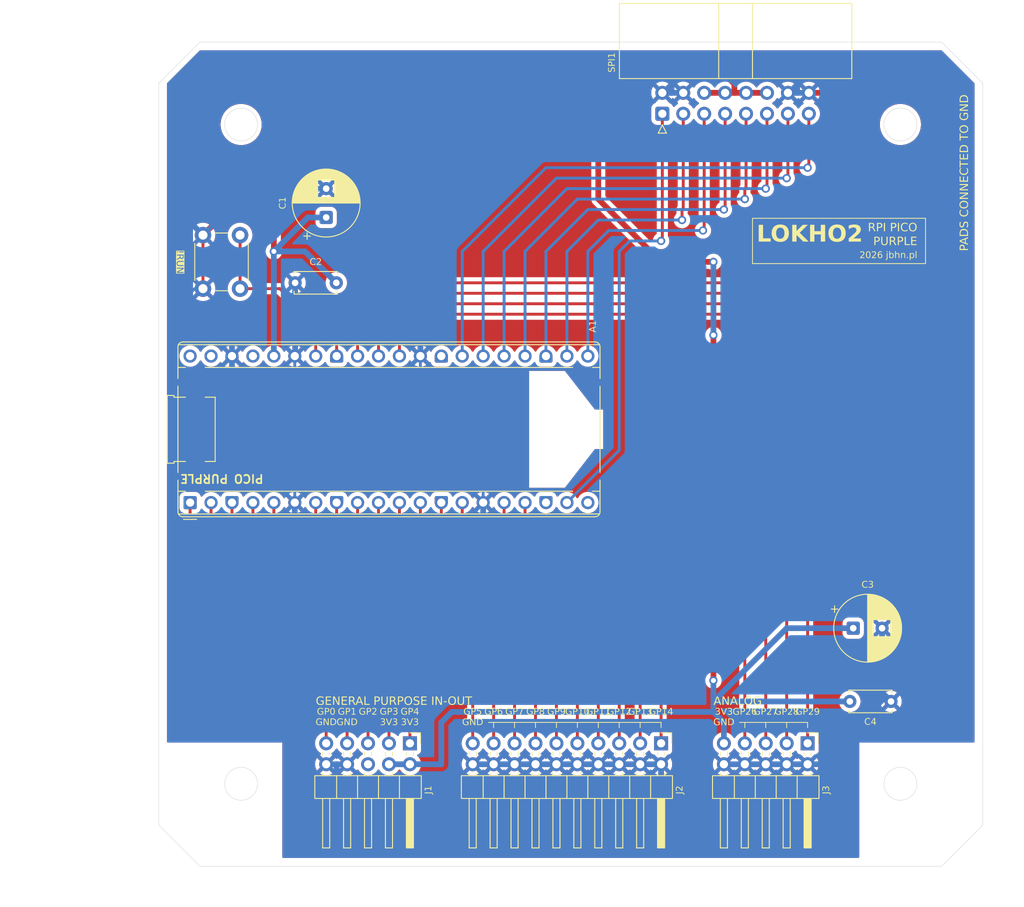
<source format=kicad_pcb>
(kicad_pcb (version 20241229) (generator "pcbnew") (generator_version "9.0")
  (layers (0 "F.Cu" signal) (2 "B.Cu" signal) (13 "F.Paste" user) (15 "B.Paste" user) (5 "F.SilkS" user "F.Silkscreen") (7 "B.SilkS" user "B.Silkscreen") (1 "F.Mask" user) (3 "B.Mask" user) (25 "Edge.Cuts" user))
  (net 0 "")
  (net 1 "SPI_MISO")
  (net 2 "GND")
  (net 3 "SPI_MOSI")
  (net 4 "SPI_SCK")
  (net 5 "+3V3")
  (net 6 "SPI_S0")
  (net 7 "SPI_S1")
  (net 8 "SPI_S2")
  (net 9 "SPI_S3")
  (net 10 "GP")
  (net 11 "GPIO0")
  (net 12 "GPIO2")
  (net 13 "GPIO10")
  (net 14 "GPIO7")
  (net 15 "GPIO3")
  (net 16 "GPIO28")
  (net 18 "GPIO8")
  (net 19 "GPIO25")
  (net 20 "GPIO27")
  (net 21 "GPIO29")
  (net 23 "GPIO6")
  (net 24 "GPIO15")
  (net 25 "GPIO9")
  (net 26 "GPIO13")
  (net 27 "Net-(A1-RUN)")
  (net 28 "GPIO14")
  (net 29 "GPIO4")
  (net 30 "GPIO12")
  (net 31 "GPIO5")
  (net 32 "GPIO11")
  (net 33 "GPIO1")
  (net 34 "GPIO17")
  (net 36 "GPIO26")
  (footprint "jb_missing:RaspberryPi_Pico_Purple" (layer "F.Cu") (at 103.81 105.88 90)
    (property "Reference" "A1" (at 20.6375 48.895 90) (layer "F.SilkS") (effects (font (size 0.8 0.8)) (justify left)))
    (property "Value" "RaspberryPi Pico Purple")
    (fp_text user "PICO PURPLE" (at 3.5 9 180) (layer "F.SilkS") (effects (font (thickness 0.2) (bold yes)) (justify left bottom)))
    (pad "1" thru_hole roundrect (at 0 0 90) (size 1.6 1.6) (drill 1) (layers "*.Cu" "*.Mask") (roundrect_rratio 0.125) (net 11 "GPIO0"))
    (pad "2" thru_hole circle (at 0 2.54 90) (size 1.6 1.6) (drill 1) (layers "*.Cu" "*.Mask") (net 33 "GPIO1"))
    (pad "3" thru_hole custom (at 0 5.08 90) (size 1.6 1.6) (drill 1) (layers "*.Cu" "*.Mask") (net 12 "GPIO2") (options (clearance outline) (anchor circle)) (primitives (gr_poly (pts (xy 0.8 0.6) (xy 0.8 -0.6) (xy 0.6 -0.8) (xy 0 -0.8) (xy 0 0.8) (xy 0.6 0.8)) (width 0) (fill yes)) (gr_circle (center 0.6 0.6) (end 0.8 0.6) (width 0) (fill yes)) (gr_circle (center 0.6 -0.6) (end 0.8 -0.6) (width 0) (fill yes))))
    (pad "4" thru_hole circle (at 0 7.62 90) (size 1.6 1.6) (drill 1) (layers "*.Cu" "*.Mask") (net 15 "GPIO3"))
    (pad "5" thru_hole circle (at 0 10.16 90) (size 1.6 1.6) (drill 1) (layers "*.Cu" "*.Mask") (net 29 "GPIO4"))
    (pad "6" thru_hole circle (at 0 12.7 90) (size 1.6 1.6) (drill 1) (layers "*.Cu" "*.Mask") (net 2 "GND"))
    (pad "7" thru_hole circle (at 0 15.24 90) (size 1.6 1.6) (drill 1) (layers "*.Cu" "*.Mask") (net 31 "GPIO5"))
    (pad "8" thru_hole custom (at 0 17.78 90) (size 1.6 1.6) (drill 1) (layers "*.Cu" "*.Mask") (net 23 "GPIO6") (options (clearance outline) (anchor circle)) (primitives (gr_poly (pts (xy 0.8 0.6) (xy 0.8 -0.6) (xy 0.6 -0.8) (xy 0 -0.8) (xy 0 0.8) (xy 0.6 0.8)) (width 0) (fill yes)) (gr_circle (center 0.6 0.6) (end 0.8 0.6) (width 0) (fill yes)) (gr_circle (center 0.6 -0.6) (end 0.8 -0.6) (width 0) (fill yes))))
    (pad "9" thru_hole circle (at 0 20.32 90) (size 1.6 1.6) (drill 1) (layers "*.Cu" "*.Mask") (net 14 "GPIO7"))
    (pad "10" thru_hole circle (at 0 22.86 90) (size 1.6 1.6) (drill 1) (layers "*.Cu" "*.Mask") (net 18 "GPIO8"))
    (pad "11" thru_hole circle (at 0 25.4 90) (size 1.6 1.6) (drill 1) (layers "*.Cu" "*.Mask") (net 25 "GPIO9"))
    (pad "12" thru_hole circle (at 0 27.94 90) (size 1.6 1.6) (drill 1) (layers "*.Cu" "*.Mask") (net 13 "GPIO10"))
    (pad "13" thru_hole custom (at 0 30.48 90) (size 1.6 1.6) (drill 1) (layers "*.Cu" "*.Mask") (net 32 "GPIO11") (options (clearance outline) (anchor circle)) (primitives (gr_poly (pts (xy 0.8 0.6) (xy 0.8 -0.6) (xy 0.6 -0.8) (xy 0 -0.8) (xy 0 0.8) (xy 0.6 0.8)) (width 0) (fill yes)) (gr_circle (center 0.6 0.6) (end 0.8 0.6) (width 0) (fill yes)) (gr_circle (center 0.6 -0.6) (end 0.8 -0.6) (width 0) (fill yes))))
    (pad "14" thru_hole circle (at 0 33.02 90) (size 1.6 1.6) (drill 1) (layers "*.Cu" "*.Mask") (net 30 "GPIO12"))
    (pad "15" thru_hole circle (at 0 35.56 90) (size 1.6 1.6) (drill 1) (layers "*.Cu" "*.Mask") (net 2 "GND"))
    (pad "16" thru_hole circle (at 0 38.1 90) (size 1.6 1.6) (drill 1) (layers "*.Cu" "*.Mask") (net 26 "GPIO13"))
    (pad "17" thru_hole circle (at 0 40.64 90) (size 1.6 1.6) (drill 1) (layers "*.Cu" "*.Mask") (net 28 "GPIO14"))
    (pad "18" thru_hole custom (at 0 43.18 90) (size 1.6 1.6) (drill 1) (layers "*.Cu" "*.Mask") (net 24 "GPIO15") (options (clearance outline) (anchor circle)) (primitives (gr_poly (pts (xy 0.8 0.6) (xy 0.8 -0.6) (xy 0.6 -0.8) (xy 0 -0.8) (xy 0 0.8) (xy 0.6 0.8)) (width 0) (fill yes)) (gr_circle (center 0.6 0.6) (end 0.8 0.6) (width 0) (fill yes)) (gr_circle (center 0.6 -0.6) (end 0.8 -0.6) (width 0) (fill yes))))
    (pad "19" thru_hole circle (at 0 45.72 90) (size 1.6 1.6) (drill 1) (layers "*.Cu" "*.Mask") (net 1 "SPI_MISO"))
    (pad "20" thru_hole circle (at 0 48.26 90) (size 1.6 1.6) (drill 1) (layers "*.Cu" "*.Mask") (net 34 "GPIO17"))
    (pad "21" thru_hole circle (at 17.78 48.26 90) (size 1.6 1.6) (drill 1) (layers "*.Cu" "*.Mask") (net 4 "SPI_SCK"))
    (pad "22" thru_hole circle (at 17.78 45.72 90) (size 1.6 1.6) (drill 1) (layers "*.Cu" "*.Mask") (net 3 "SPI_MOSI"))
    (pad "23" thru_hole custom (at 17.78 43.18 90) (size 1.6 1.6) (drill 1) (layers "*.Cu" "*.Mask") (net 6 "SPI_S0") (options (clearance outline) (anchor circle)) (primitives (gr_poly (pts (xy -0.8 0.6) (xy -0.8 -0.6) (xy -0.6 -0.8) (xy 0 -0.8) (xy 0 0.8) (xy -0.6 0.8)) (width 0) (fill yes)) (gr_circle (center -0.6 0.6) (end -0.4 0.6) (width 0) (fill yes)) (gr_circle (center -0.6 -0.6) (end -0.4 -0.6) (width 0) (fill yes))))
    (pad "24" thru_hole circle (at 17.78 40.64 90) (size 1.6 1.6) (drill 1) (layers "*.Cu" "*.Mask") (net 7 "SPI_S1"))
    (pad "25" thru_hole circle (at 17.78 38.1 90) (size 1.6 1.6) (drill 1) (layers "*.Cu" "*.Mask") (net 8 "SPI_S2"))
    (pad "26" thru_hole circle (at 17.78 35.56 90) (size 1.6 1.6) (drill 1) (layers "*.Cu" "*.Mask") (net 9 "SPI_S3"))
    (pad "27" thru_hole circle (at 17.78 33.02 90) (size 1.6 1.6) (drill 1) (layers "*.Cu" "*.Mask") (net 10 "GP"))
    (pad "28" thru_hole custom (at 17.78 30.48 90) (size 1.6 1.6) (drill 1) (layers "*.Cu" "*.Mask") (net 19 "GPIO25") (options (clearance outline) (anchor circle)) (primitives (gr_poly (pts (xy -0.8 0.6) (xy -0.8 -0.6) (xy -0.6 -0.8) (xy 0 -0.8) (xy 0 0.8) (xy -0.6 0.8)) (width 0) (fill yes)) (gr_circle (center -0.6 0.6) (end -0.4 0.6) (width 0) (fill yes)) (gr_circle (center -0.6 -0.6) (end -0.4 -0.6) (width 0) (fill yes))))
    (pad "29" thru_hole circle (at 17.78 27.94 90) (size 1.6 1.6) (drill 1) (layers "*.Cu" "*.Mask") (net 2 "GND"))
    (pad "30" thru_hole circle (at 17.78 25.4 90) (size 1.6 1.6) (drill 1) (layers "*.Cu" "*.Mask") (net 36 "GPIO26"))
    (pad "31" thru_hole circle (at 17.78 22.86 90) (size 1.6 1.6) (drill 1) (layers "*.Cu" "*.Mask") (net 20 "GPIO27"))
    (pad "32" thru_hole circle (at 17.78 20.32 90) (size 1.6 1.6) (drill 1) (layers "*.Cu" "*.Mask") (net 16 "GPIO28"))
    (pad "33" thru_hole custom (at 17.78 17.78 90) (size 1.6 1.6) (drill 1) (layers "*.Cu" "*.Mask") (net 21 "GPIO29") (options (clearance outline) (anchor circle)) (primitives (gr_poly (pts (xy -0.8 0.6) (xy -0.8 -0.6) (xy -0.6 -0.8) (xy 0 -0.8) (xy 0 0.8) (xy -0.6 0.8)) (width 0) (fill yes)) (gr_circle (center -0.6 0.6) (end -0.4 0.6) (width 0) (fill yes)) (gr_circle (center -0.6 -0.6) (end -0.4 -0.6) (width 0) (fill yes))))
    (pad "34" thru_hole circle (at 17.78 15.24 90) (size 1.6 1.6) (drill 1) (layers "*.Cu" "*.Mask") (net 27 "Net-(A1-RUN)"))
    (pad "35" thru_hole circle (at 17.78 12.7 90) (size 1.6 1.6) (drill 1) (layers "*.Cu" "*.Mask") (net 2 "GND"))
    (pad "36" thru_hole circle (at 17.78 10.16 90) (size 1.6 1.6) (drill 1) (layers "*.Cu" "*.Mask") (net 5 "+3V3"))
    (pad "37" thru_hole circle (at 17.78 7.62 90) (size 1.6 1.6) (drill 1) (layers "*.Cu" "*.Mask"))
    (pad "38" thru_hole custom (at 17.78 5.08 90) (size 1.6 1.6) (drill 1) (layers "*.Cu" "*.Mask") (net 2 "GND") (options (clearance outline) (anchor circle)) (primitives (gr_poly (pts (xy -0.8 0.6) (xy -0.8 -0.6) (xy -0.6 -0.8) (xy 0 -0.8) (xy 0 0.8) (xy -0.6 0.8)) (width 0) (fill yes)) (gr_circle (center -0.6 0.6) (end -0.4 0.6) (width 0) (fill yes)) (gr_circle (center -0.6 -0.6) (end -0.4 -0.6) (width 0) (fill yes))))
    (pad "39" thru_hole circle (at 17.78 2.54 90) (size 1.6 1.6) (drill 1) (layers "*.Cu" "*.Mask"))
    (pad "40" thru_hole circle (at 17.78 0 90) (size 1.6 1.6) (drill 1) (layers "*.Cu" "*.Mask"))
    (zone (net 0) (net_name "") (layers "F.Cu" "B.Cu" "F.Paste" "B.Paste") (name "Antenna Copper Keep Out") (connect_pads (clearance 0)) (min_thickness 0.254)
      (keepout (tracks not_allowed) (vias not_allowed) (pads not_allowed) (copperpour not_allowed) (footprints allowed))
      (fill (thermal_gap 0.508) (thermal_bridge_width 0.508))
      (polygon (pts (xy 152.929895 99.39) (xy 149.279895 104.09) (xy 144.94 104.09) (xy 144.94 89.89) (xy 149.279895 89.89) (xy 152.929895 94.59) (xy 153.94 94.59) (xy 153.94 99.39)))
    )
  )
  (footprint "Connector_PinHeader_2.54mm:PinHeader_2x10_P2.54mm_Horizontal" (layer "F.Cu") (at 160.96 135.09 -90)
    (property "Reference" "J2" (at 5.655 -2.27 90) (layer "F.SilkS") (effects (font (size 0.8 0.8))))
    (property "Value" "GPIOB")
    (pad "1" thru_hole rect (at 0 0 270) (size 1.7 1.7) (drill 1) (layers "*.Cu" "*.Mask") (net 28 "GPIO14"))
    (pad "2" thru_hole circle (at 2.54 0 270) (size 1.7 1.7) (drill 1) (layers "*.Cu" "*.Mask") (net 2 "GND"))
    (pad "3" thru_hole circle (at 0 2.54 270) (size 1.7 1.7) (drill 1) (layers "*.Cu" "*.Mask") (net 26 "GPIO13"))
    (pad "4" thru_hole circle (at 2.54 2.54 270) (size 1.7 1.7) (drill 1) (layers "*.Cu" "*.Mask") (net 2 "GND"))
    (pad "5" thru_hole circle (at 0 5.08 270) (size 1.7 1.7) (drill 1) (layers "*.Cu" "*.Mask") (net 30 "GPIO12"))
    (pad "6" thru_hole circle (at 2.54 5.08 270) (size 1.7 1.7) (drill 1) (layers "*.Cu" "*.Mask") (net 2 "GND"))
    (pad "7" thru_hole circle (at 0 7.62 270) (size 1.7 1.7) (drill 1) (layers "*.Cu" "*.Mask") (net 32 "GPIO11"))
    (pad "8" thru_hole circle (at 2.54 7.62 270) (size 1.7 1.7) (drill 1) (layers "*.Cu" "*.Mask") (net 2 "GND"))
    (pad "9" thru_hole circle (at 0 10.16 270) (size 1.7 1.7) (drill 1) (layers "*.Cu" "*.Mask") (net 13 "GPIO10"))
    (pad "10" thru_hole circle (at 2.54 10.16 270) (size 1.7 1.7) (drill 1) (layers "*.Cu" "*.Mask") (net 2 "GND"))
    (pad "11" thru_hole circle (at 0 12.7 270) (size 1.7 1.7) (drill 1) (layers "*.Cu" "*.Mask") (net 25 "GPIO9"))
    (pad "12" thru_hole circle (at 2.54 12.7 270) (size 1.7 1.7) (drill 1) (layers "*.Cu" "*.Mask") (net 2 "GND"))
    (pad "13" thru_hole circle (at 0 15.24 270) (size 1.7 1.7) (drill 1) (layers "*.Cu" "*.Mask") (net 18 "GPIO8"))
    (pad "14" thru_hole circle (at 2.54 15.24 270) (size 1.7 1.7) (drill 1) (layers "*.Cu" "*.Mask") (net 2 "GND"))
    (pad "15" thru_hole circle (at 0 17.78 270) (size 1.7 1.7) (drill 1) (layers "*.Cu" "*.Mask") (net 14 "GPIO7"))
    (pad "16" thru_hole circle (at 2.54 17.78 270) (size 1.7 1.7) (drill 1) (layers "*.Cu" "*.Mask") (net 2 "GND"))
    (pad "17" thru_hole circle (at 0 20.32 270) (size 1.7 1.7) (drill 1) (layers "*.Cu" "*.Mask") (net 23 "GPIO6"))
    (pad "18" thru_hole circle (at 2.54 20.32 270) (size 1.7 1.7) (drill 1) (layers "*.Cu" "*.Mask") (net 2 "GND"))
    (pad "19" thru_hole circle (at 0 22.86 270) (size 1.7 1.7) (drill 1) (layers "*.Cu" "*.Mask") (net 31 "GPIO5"))
    (pad "20" thru_hole circle (at 2.54 22.86 270) (size 1.7 1.7) (drill 1) (layers "*.Cu" "*.Mask") (net 2 "GND"))
  )
  (footprint "Capacitor_THT:C_Disc_D5.0mm_W2.5mm_P5.00mm" (layer "F.Cu") (at 116.55 79.21)
    (property "Reference" "C2" (at 2.5 -2.5 0) (layer "F.SilkS") (effects (font (size 0.8 0.8))))
    (property "Value" "100n")
    (pad "1" thru_hole circle (at 0 0) (size 1.6 1.6) (drill 0.8) (layers "*.Cu" "*.Mask") (net 2 "GND"))
    (pad "2" thru_hole circle (at 5 0) (size 1.6 1.6) (drill 0.8) (layers "*.Cu" "*.Mask") (net 5 "+3V3"))
  )
  (footprint "Connector_PinHeader_2.54mm:PinHeader_2x05_P2.54mm_Horizontal" (layer "F.Cu") (at 130.48 135.09 -90)
    (property "Reference" "J1" (at 5.655 -2.27 90) (layer "F.SilkS") (effects (font (size 0.8 0.8))))
    (property "Value" "GPIOA")
    (pad "1" thru_hole rect (at 0 0 270) (size 1.7 1.7) (drill 1) (layers "*.Cu" "*.Mask") (net 29 "GPIO4"))
    (pad "2" thru_hole circle (at 2.54 0 270) (size 1.7 1.7) (drill 1) (layers "*.Cu" "*.Mask") (net 5 "+3V3"))
    (pad "3" thru_hole circle (at 0 2.54 270) (size 1.7 1.7) (drill 1) (layers "*.Cu" "*.Mask") (net 15 "GPIO3"))
    (pad "4" thru_hole circle (at 2.54 2.54 270) (size 1.7 1.7) (drill 1) (layers "*.Cu" "*.Mask") (net 5 "+3V3"))
    (pad "5" thru_hole circle (at 0 5.08 270) (size 1.7 1.7) (drill 1) (layers "*.Cu" "*.Mask") (net 12 "GPIO2"))
    (pad "6" thru_hole circle (at 2.54 5.08 270) (size 1.7 1.7) (drill 1) (layers "*.Cu" "*.Mask"))
    (pad "7" thru_hole circle (at 0 7.62 270) (size 1.7 1.7) (drill 1) (layers "*.Cu" "*.Mask") (net 33 "GPIO1"))
    (pad "8" thru_hole circle (at 2.54 7.62 270) (size 1.7 1.7) (drill 1) (layers "*.Cu" "*.Mask") (net 2 "GND"))
    (pad "9" thru_hole circle (at 0 10.16 270) (size 1.7 1.7) (drill 1) (layers "*.Cu" "*.Mask") (net 11 "GPIO0"))
    (pad "10" thru_hole circle (at 2.54 10.16 270) (size 1.7 1.7) (drill 1) (layers "*.Cu" "*.Mask") (net 2 "GND"))
  )
  (footprint "Capacitor_THT:CP_Radial_D8.0mm_P3.50mm" (layer "F.Cu") (at 120.32 71.28 90)
    (property "Reference" "C1" (at 1.75 -5.25 90) (layer "F.SilkS") (effects (font (size 0.8 0.8))))
    (property "Value" "330u")
    (pad "1" thru_hole roundrect (at 0 0 90) (size 1.6 1.6) (drill 0.8) (layers "*.Cu" "*.Mask") (roundrect_rratio 0.15625) (net 5 "+3V3"))
    (pad "2" thru_hole circle (at 3.5 0 90) (size 1.6 1.6) (drill 0.8) (layers "*.Cu" "*.Mask") (net 2 "GND"))
  )
  (footprint "Connector_PinHeader_2.54mm:PinHeader_2x05_P2.54mm_Horizontal" (layer "F.Cu") (at 178.74 135.09 -90)
    (property "Reference" "J3" (at 5.655 -2.27 90) (layer "F.SilkS") (effects (font (size 0.8 0.8))))
    (property "Value" "GPIOC")
    (pad "1" thru_hole rect (at 0 0 270) (size 1.7 1.7) (drill 1) (layers "*.Cu" "*.Mask") (net 21 "GPIO29"))
    (pad "2" thru_hole circle (at 2.54 0 270) (size 1.7 1.7) (drill 1) (layers "*.Cu" "*.Mask") (net 2 "GND"))
    (pad "3" thru_hole circle (at 0 2.54 270) (size 1.7 1.7) (drill 1) (layers "*.Cu" "*.Mask") (net 16 "GPIO28"))
    (pad "4" thru_hole circle (at 2.54 2.54 270) (size 1.7 1.7) (drill 1) (layers "*.Cu" "*.Mask") (net 2 "GND"))
    (pad "5" thru_hole circle (at 0 5.08 270) (size 1.7 1.7) (drill 1) (layers "*.Cu" "*.Mask") (net 20 "GPIO27"))
    (pad "6" thru_hole circle (at 2.54 5.08 270) (size 1.7 1.7) (drill 1) (layers "*.Cu" "*.Mask") (net 2 "GND"))
    (pad "7" thru_hole circle (at 0 7.62 270) (size 1.7 1.7) (drill 1) (layers "*.Cu" "*.Mask") (net 36 "GPIO26"))
    (pad "8" thru_hole circle (at 2.54 7.62 270) (size 1.7 1.7) (drill 1) (layers "*.Cu" "*.Mask") (net 2 "GND"))
    (pad "9" thru_hole circle (at 0 10.16 270) (size 1.7 1.7) (drill 1) (layers "*.Cu" "*.Mask") (net 5 "+3V3"))
    (pad "10" thru_hole circle (at 2.54 10.16 270) (size 1.7 1.7) (drill 1) (layers "*.Cu" "*.Mask") (net 2 "GND"))
  )
  (footprint "Connector_IDC:IDC-Header_2x08_P2.54mm_Horizontal" (layer "F.Cu") (at 161.11 58.6975 90)
    (property "Reference" "SPI1" (at 6.215 -6.1 90) (layer "F.SilkS") (effects (font (size 0.8 0.8))))
    (property "Value" "LOKHO2 SPI")
    (pad "1" thru_hole roundrect (at 0 0 90) (size 1.7 1.7) (drill 1) (layers "*.Cu" "*.Mask") (roundrect_rratio 0.147059) (net 1 "SPI_MISO"))
    (pad "2" thru_hole circle (at 2.54 0 90) (size 1.7 1.7) (drill 1) (layers "*.Cu" "*.Mask") (net 2 "GND"))
    (pad "3" thru_hole circle (at 0 2.54 90) (size 1.7 1.7) (drill 1) (layers "*.Cu" "*.Mask") (net 3 "SPI_MOSI"))
    (pad "4" thru_hole circle (at 2.54 2.54 90) (size 1.7 1.7) (drill 1) (layers "*.Cu" "*.Mask") (net 2 "GND"))
    (pad "5" thru_hole circle (at 0 5.08 90) (size 1.7 1.7) (drill 1) (layers "*.Cu" "*.Mask") (net 4 "SPI_SCK"))
    (pad "6" thru_hole circle (at 2.54 5.08 90) (size 1.7 1.7) (drill 1) (layers "*.Cu" "*.Mask") (net 5 "+3V3"))
    (pad "7" thru_hole circle (at 0 7.62 90) (size 1.7 1.7) (drill 1) (layers "*.Cu" "*.Mask") (net 6 "SPI_S0"))
    (pad "8" thru_hole circle (at 2.54 7.62 90) (size 1.7 1.7) (drill 1) (layers "*.Cu" "*.Mask") (net 5 "+3V3"))
    (pad "9" thru_hole circle (at 0 10.16 90) (size 1.7 1.7) (drill 1) (layers "*.Cu" "*.Mask") (net 7 "SPI_S1"))
    (pad "10" thru_hole circle (at 2.54 10.16 90) (size 1.7 1.7) (drill 1) (layers "*.Cu" "*.Mask") (net 5 "+3V3"))
    (pad "11" thru_hole circle (at 0 12.7 90) (size 1.7 1.7) (drill 1) (layers "*.Cu" "*.Mask") (net 8 "SPI_S2"))
    (pad "12" thru_hole circle (at 2.54 12.7 90) (size 1.7 1.7) (drill 1) (layers "*.Cu" "*.Mask") (net 5 "+3V3"))
    (pad "13" thru_hole circle (at 0 15.24 90) (size 1.7 1.7) (drill 1) (layers "*.Cu" "*.Mask") (net 9 "SPI_S3"))
    (pad "14" thru_hole circle (at 2.54 15.24 90) (size 1.7 1.7) (drill 1) (layers "*.Cu" "*.Mask") (net 2 "GND"))
    (pad "15" thru_hole circle (at 0 17.78 90) (size 1.7 1.7) (drill 1) (layers "*.Cu" "*.Mask") (net 10 "GP"))
    (pad "16" thru_hole circle (at 2.54 17.78 90) (size 1.7 1.7) (drill 1) (layers "*.Cu" "*.Mask") (net 2 "GND"))
  )
  (footprint "Capacitor_THT:C_Disc_D5.0mm_W2.5mm_P5.00mm" (layer "F.Cu") (at 188.86 130.01 180)
    (property "Reference" "C4" (at 2.5 -2.5 0) (layer "F.SilkS") (effects (font (size 0.8 0.8))))
    (property "Value" "100n")
    (pad "1" thru_hole circle (at 0 0 180) (size 1.6 1.6) (drill 0.8) (layers "*.Cu" "*.Mask") (net 2 "GND"))
    (pad "2" thru_hole circle (at 5 0 180) (size 1.6 1.6) (drill 0.8) (layers "*.Cu" "*.Mask") (net 5 "+3V3"))
  )
  (footprint "Capacitor_THT:CP_Radial_D8.0mm_P3.50mm" (layer "F.Cu") (at 184.274698 121.12)
    (property "Reference" "C3" (at 1.75 -5.25 0) (layer "F.SilkS") (effects (font (size 0.8 0.8))))
    (property "Value" "330u")
    (pad "1" thru_hole roundrect (at 0 0) (size 1.6 1.6) (drill 0.8) (layers "*.Cu" "*.Mask") (roundrect_rratio 0.15625) (net 5 "+3V3"))
    (pad "2" thru_hole circle (at 3.5 0) (size 1.6 1.6) (drill 0.8) (layers "*.Cu" "*.Mask") (net 2 "GND"))
  )
  (footprint "Button_Switch_THT:SW_PUSH_6mm" (layer "F.Cu") (at 105.37 79.92 90)
    (property "Reference" "SW1" (hide yes))
    (property "Value" "RUN")
    (pad "1" thru_hole circle (at 0 0 180) (size 2 2) (drill 1.1) (layers "*.Cu" "*.Mask") (net 2 "GND"))
    (pad "1" thru_hole circle (at 6.5 0 180) (size 2 2) (drill 1.1) (layers "*.Cu" "*.Mask") (net 2 "GND"))
    (pad "2" thru_hole circle (at 0 4.5 180) (size 2 2) (drill 1.1) (layers "*.Cu" "*.Mask") (net 27 "Net-(A1-RUN)"))
    (pad "2" thru_hole circle (at 6.5 4.5 180) (size 2 2) (drill 1.1) (layers "*.Cu" "*.Mask") (net 27 "Net-(A1-RUN)"))
  )
  (gr_circle (center 190 60) (end 193.5 60) (stroke (width 2)) (fill no) (layers "F.Cu" "F.Mask") (net 2))
  (gr_circle (center 110 60) (end 113.5 60) (stroke (width 2)) (fill no) (layers "F.Cu" "F.Mask") (net 2))
  (gr_rect (start 172.05 71.38) (end 193.05 76.88) (stroke (width 0.1)) (fill no) (layer "F.SilkS"))
  (gr_line (start 176.2 132.55) (end 176.2 133.185) (stroke (width 0.1)) (layer "F.SilkS"))
  (gr_line (start 145.72 132.55) (end 145.72 133.185) (stroke (width 0.1)) (layer "F.SilkS"))
  (gr_line (start 140.64 132.55) (end 140.64 133.185) (stroke (width 0.1)) (layer "F.SilkS"))
  (gr_line (start 150.8 132.55) (end 150.8 133.185) (stroke (width 0.1)) (layer "F.SilkS"))
  (gr_line (start 160.96 132.55) (end 160.96 133.185) (stroke (width 0.1)) (layer "F.SilkS"))
  (gr_line (start 153.34 132.55) (end 153.34 133.185) (stroke (width 0.1)) (layer "F.SilkS"))
  (gr_line (start 171.12 132.55) (end 171.12 133.185) (stroke (width 0.1)) (layer "F.SilkS"))
  (gr_line (start 173.66 132.55) (end 173.66 133.185) (stroke (width 0.1)) (layer "F.SilkS"))
  (gr_line (start 155.88 132.55) (end 155.88 133.185) (stroke (width 0.1)) (layer "F.SilkS"))
  (gr_line (start 158.42 132.55) (end 158.42 133.185) (stroke (width 0.1)) (layer "F.SilkS"))
  (gr_line (start 178.74 132.55) (end 178.74 133.185) (stroke (width 0.1)) (layer "F.SilkS"))
  (gr_line (start 143.18 132.55) (end 143.18 133.185) (stroke (width 0.1)) (layer "F.SilkS"))
  (gr_line (start 148.26 132.55) (end 148.26 133.185) (stroke (width 0.1)) (layer "F.SilkS"))
  (gr_line (start 140.005 132.55) (end 160.96 132.55) (stroke (width 0.1)) (layer "F.SilkS"))
  (gr_line (start 178.74 132.55) (end 170.485 132.55) (stroke (width 0.1)) (layer "F.SilkS"))
  (gr_line (start 105 50) (end 195 50) (stroke (width 0.05)) (layer "Edge.Cuts"))
  (gr_circle (center 110 140) (end 108 140) (stroke (width 0.05)) (fill no) (layer "Edge.Cuts"))
  (gr_line (start 200 145) (end 195 150) (stroke (width 0.05)) (layer "Edge.Cuts"))
  (gr_line (start 195 150) (end 105 150) (stroke (width 0.05)) (layer "Edge.Cuts"))
  (gr_circle (center 110 60) (end 112 60) (stroke (width 0.05)) (fill no) (layer "Edge.Cuts"))
  (gr_line (start 105 150) (end 100 145) (stroke (width 0.05)) (layer "Edge.Cuts"))
  (gr_line (start 200 55) (end 200 145) (stroke (width 0.05)) (layer "Edge.Cuts"))
  (gr_circle (center 190 60) (end 192 60) (stroke (width 0.05)) (fill no) (layer "Edge.Cuts"))
  (gr_line (start 195 50) (end 200 55) (stroke (width 0.05)) (layer "Edge.Cuts"))
  (gr_line (start 100 145) (end 100 55) (stroke (width 0.05)) (layer "Edge.Cuts"))
  (gr_line (start 100 55) (end 105 50) (stroke (width 0.05)) (layer "Edge.Cuts"))
  (gr_circle (center 190 140) (end 192 140) (stroke (width 0.05)) (fill no) (layer "Edge.Cuts"))
  (gr_text "GENERAL PURPOSE IN-OUT" (at 119.05 130.01 0) (layer "F.SilkS") (effects (font (size 1 1) (thickness 0.1)) (justify left)))
  (gr_text "GP26" (at 171.12 131.28 0) (layer "F.SilkS") (effects (font (size 0.8 0.8) (thickness 0.1))))
  (gr_text "GND" (at 138.1 132.55 0) (layer "F.SilkS") (effects (font (size 0.8 0.8) (thickness 0.1))))
  (gr_text "GP4" (at 130.48 131.28 0) (layer "F.SilkS") (effects (font (size 0.8 0.8) (thickness 0.1))))
  (gr_text "2026 jbhn.pl" (at 192.05 75.88 0) (layer "F.SilkS") (effects (font (size 0.8 0.8) (thickness 0.125)) (justify right)))
  (gr_text "GP5" (at 138.1 131.28 0) (layer "F.SilkS") (effects (font (size 0.8 0.8) (thickness 0.1))))
  (gr_text "GP27" (at 173.66 131.28 0) (layer "F.SilkS") (effects (font (size 0.8 0.8) (thickness 0.1))))
  (gr_text "PADS CONNECTED TO GND" (at 197.79 56.35 90) (layer "F.SilkS") (effects (font (size 1 1) (thickness 0.125)) (justify right)))
  (gr_text "GP7" (at 143.18 131.28 0) (layer "F.SilkS") (effects (font (size 0.8 0.8) (thickness 0.1))))
  (gr_text "RPI PICO\nPURPLE" (at 192.05 73.38 0) (layer "F.SilkS") (effects (font (size 1 1) (thickness 0.125)) (justify right)))
  (gr_text "GP1" (at 122.86 131.28 0) (layer "F.SilkS") (effects (font (size 0.8 0.8) (thickness 0.1))))
  (gr_text "GP8" (at 145.72 131.28 0) (layer "F.SilkS") (effects (font (size 0.8 0.8) (thickness 0.1))))
  (gr_text "GP12" (at 155.88 131.28 0) (layer "F.SilkS") (effects (font (size 0.8 0.8) (thickness 0.1))))
  (gr_text "3V3" (at 130.48 132.55 0) (layer "F.SilkS") (effects (font (size 0.8 0.8) (thickness 0.1))))
  (gr_text "GP11" (at 153.34 131.28 0) (layer "F.SilkS") (effects (font (size 0.8 0.8) (thickness 0.1))))
  (gr_text "GP0" (at 120.32 131.28 0) (layer "F.SilkS") (effects (font (size 0.8 0.8) (thickness 0.1))))
  (gr_text "GP9" (at 148.26 131.28 0) (layer "F.SilkS") (effects (font (size 0.8 0.8) (thickness 0.1))))
  (gr_text "GP14" (at 160.96 131.28 0) (layer "F.SilkS") (effects (font (size 0.8 0.8) (thickness 0.1))))
  (gr_text "GND" (at 122.86 132.55 0) (layer "F.SilkS") (effects (font (size 0.8 0.8) (thickness 0.1))))
  (gr_text "GP2" (at 125.4 131.28 0) (layer "F.SilkS") (effects (font (size 0.8 0.8) (thickness 0.1))))
  (gr_text "GP28" (at 176.2 131.28 0) (layer "F.SilkS") (effects (font (size 0.8 0.8) (thickness 0.1))))
  (gr_text "GP6" (at 140.64 131.28 0) (layer "F.SilkS") (effects (font (size 0.8 0.8) (thickness 0.1))))
  (gr_text "GND" (at 120.32 132.55 0) (layer "F.SilkS") (effects (font (size 0.8 0.8) (thickness 0.1))))
  (gr_text "LOKHO2" (at 172.55 73.38 0) (layer "F.SilkS") (effects (font (size 2 2) (thickness 0.4) (bold yes)) (justify left)))
  (gr_text "3V3" (at 127.94 132.55 0) (layer "F.SilkS") (effects (font (size 0.8 0.8) (thickness 0.1))))
  (gr_text "GP10" (at 150.8 131.28 0) (layer "F.SilkS") (effects (font (size 0.8 0.8) (thickness 0.1))))
  (gr_text "3V3" (at 168.58 131.28 0) (layer "F.SilkS") (effects (font (size 0.8 0.8) (thickness 0.1))))
  (gr_text "!RUN" (at 102.54 76.67 270) (layer "F.SilkS" knockout) (effects (font (size 0.8 0.8) (thickness 0.1))))
  (gr_text "ANALOG" (at 167.31 130.01 0) (layer "F.SilkS") (effects (font (size 1 1) (thickness 0.1)) (justify left)))
  (gr_text "GP3" (at 127.94 131.28 0) (layer "F.SilkS") (effects (font (size 0.8 0.8) (thickness 0.1))))
  (gr_text "GND" (at 168.58 132.55 0) (layer "F.SilkS") (effects (font (size 0.8 0.8) (thickness 0.1))))
  (gr_text "GP13" (at 158.42 131.28 0) (layer "F.SilkS") (effects (font (size 0.8 0.8) (thickness 0.1))))
  (gr_text "GP29" (at 178.74 131.28 0) (layer "F.SilkS") (effects (font (size 0.8 0.8) (thickness 0.1))))
  (segment (start 161.11 73.98) (end 161.11 58.6975) (width 0.35) (layer "F.Cu") (net 1))
  (segment (start 160.96 74.13) (end 161.11 73.98) (width 0.35) (layer "F.Cu") (net 1))
  (via (at 160.96 74.13) (size 1) (drill 0.6) (layers "F.Cu" "B.Cu") (net 1))
  (segment (start 155.88 75.4) (end 157.15 74.13) (width 0.35) (layer "B.Cu") (net 1))
  (segment (start 155.88 89.37) (end 155.88 79.21) (width 0.35) (layer "B.Cu") (net 1))
  (segment (start 157.15 74.13) (end 160.96 74.13) (width 0.35) (layer "B.Cu") (net 1))
  (segment (start 155.88 79.21) (end 155.88 75.4) (width 0.35) (layer "B.Cu") (net 1))
  (segment (start 155.88 99.53) (end 155.88 89.37) (width 0.35) (layer "B.Cu") (net 1))
  (segment (start 149.53 105.88) (end 155.88 99.53) (width 0.35) (layer "B.Cu") (net 1))
  (segment (start 105.37 79.92) (end 105.37 73.42) (width 0.35) (layer "F.Cu") (net 2))
  (segment (start 178.89 56.1575) (end 189.6575 56.1575) (width 0.7) (layer "F.Cu") (net 2))
  (segment (start 106.5 60) (end 106.5 72.29) (width 0.7) (layer "F.Cu") (net 2))
  (segment (start 106.5 72.29) (end 105.37 73.42) (width 0.7) (layer "F.Cu") (net 2))
  (segment (start 189.6575 56.1575) (end 190 56.5) (width 0.7) (layer "F.Cu") (net 2))
  (segment (start 103.81 55.08) (end 103.81 67.78) (width 0.7) (layer "B.Cu") (net 2))
  (segment (start 138.1 99.53) (end 139.37 100.8) (width 0.35) (layer "B.Cu") (net 2))
  (segment (start 116.51 99.53) (end 131.75 99.53) (width 0.35) (layer "B.Cu") (net 2))
  (segment (start 121.59 141.44) (end 160.96 141.44) (width 0.7) (layer "B.Cu") (net 2))
  (segment (start 160.96 137.63) (end 160.96 141.44) (width 0.7) (layer "B.Cu") (net 2))
  (segment (start 103.81 71.86) (end 105.37 73.42) (width 0.7) (layer "B.Cu") (net 2))
  (segment (start 160.96 141.44) (end 183.82 141.44) (width 0.7) (layer "B.Cu") (net 2))
  (segment (start 116.55 79.21) (end 116.55 88.06) (width 0.7) (layer "B.Cu") (net 2))
  (segment (start 131.75 88.1) (end 131.75 84.29) (width 0.7) (layer "B.Cu") (net 2))
  (segment (start 120.32 67.78) (end 103.81 67.78) (width 0.7) (layer "B.Cu") (net 2))
  (segment (start 162.23 56.1575) (end 163.65 56.1575) (width 0.7) (layer "B.Cu") (net 2))
  (segment (start 176.835 53.81) (end 162.23 53.81) (width 0.7) (layer "B.Cu") (net 2))
  (segment (start 181.28 53.81) (end 176.835 53.81) (width 0.35) (layer "B.Cu") (net 2))
  (segment (start 108.89 88.1) (end 108.89 91.91) (width 0.7) (layer "B.Cu") (net 2))
  (segment (start 105.37 79.92) (end 104.37 79.92) (width 0.35) (layer "B.Cu") (net 2))
  (segment (start 104.37 79.92) (end 103.81 80.48) (width 0.35) (layer "B.Cu") (net 2))
  (segment (start 168.58 137.63) (end 183.82 137.63) (width 0.7) (layer "B.Cu") (net 2))
  (segment (start 162.23 56.1575) (end 162.23 53.81) (width 0.7) (layer "B.Cu") (net 2))
  (segment (start 177.47 56.1575) (end 176.35 56.1575) (width 0.7) (layer "B.Cu") (net 2))
  (segment (start 178.89 56.1575) (end 177.47 56.1575) (width 0.7) (layer "B.Cu") (net 2))
  (segment (start 105.08 53.81) (end 103.81 55.08) (width 0.7) (layer "B.Cu") (net 2))
  (segment (start 116.51 99.53) (end 116.51 105.88) (width 0.35) (layer "B.Cu") (net 2))
  (segment (start 121.59 137.63) (end 121.59 141.44) (width 0.7) (layer "B.Cu") (net 2))
  (segment (start 120.32 137.63) (end 121.59 137.63) (width 0.7) (layer "B.Cu") (net 2))
  (segment (start 116.51 105.88) (end 116.51 113.5) (width 0.7) (layer "B.Cu") (net 2))
  (segment (start 116.51 99.53) (end 116.51 88.1) (width 0.35) (layer "B.Cu") (net 2))
  (segment (start 103.81 71.86) (end 103.81 80.48) (width 0.7) (layer "B.Cu") (net 2))
  (segment (start 162.23 53.81) (end 105.08 53.81) (width 0.7) (layer "B.Cu") (net 2))
  (segment (start 196.52 133.82) (end 196.52 53.81) (width 0.7) (layer "B.Cu") (net 2))
  (segment (start 161.11 56.1575) (end 162.23 56.1575) (width 0.7) (layer "B.Cu") (net 2))
  (segment (start 139.37 105.88) (end 139.37 110.96) (width 0.7) (layer "B.Cu") (net 2))
  (segment (start 187.774698 128.924698) (end 187.774698 129.865302) (width 0.7) (layer "B.Cu") (net 2))
  (segment (start 131.75 99.53) (end 138.1 99.53) (width 0.35) (layer "B.Cu") (net 2))
  (segment (start 103.81 81.75) (end 105.08 83.02) (width 0.7) (layer "B.Cu") (net 2))
  (segment (start 105.08 83.02) (end 107.62 83.02) (width 0.7) (layer "B.Cu") (net 2))
  (segment (start 187.774698 121.12) (end 187.774698 128.924698) (width 0.7) (layer "B.Cu") (net 2))
  (segment (start 183.82 133.82) (end 196.52 133.82) (width 0.7) (layer "B.Cu") (net 2))
  (segment (start 138.1 137.63) (end 160.96 137.63) (width 0.7) (layer "B.Cu") (net 2))
  (segment (start 121.59 137.63) (end 122.86 137.63) (width 0.7) (layer "B.Cu") (net 2))
  (segment (start 187.774698 128.924698) (end 188.86 130.01) (width 0.7) (layer "B.Cu") (net 2))
  (segment (start 131.75 99.53) (end 131.75 88.1) (width 0.35) (layer "B.Cu") (net 2))
  (segment (start 183.82 141.44) (end 183.82 137.63) (width 0.7) (layer "B.Cu") (net 2))
  (segment (start 139.37 100.8) (end 139.37 105.88) (width 0.35) (layer "B.Cu") (net 2))
  (segment (start 103.81 67.78) (end 103.81 71.86) (width 0.7) (layer "B.Cu") (net 2))
  (segment (start 196.52 53.81) (end 176.835 53.81) (width 0.7) (layer "B.Cu") (net 2))
  (segment (start 177.47 56.1575) (end 177.47 54.445) (width 0.7) (layer "B.Cu") (net 2))
  (segment (start 187.774698 129.865302) (end 183.82 133.82) (width 0.7) (layer "B.Cu") (net 2))
  (segment (start 177.47 54.445) (end 176.835 53.81) (width 0.7) (layer "B.Cu") (net 2))
  (segment (start 108.89 91.91) (end 116.51 99.53) (width 0.7) (layer "B.Cu") (net 2))
  (segment (start 116.55 88.06) (end 116.51 88.1) (width 0.7) (layer "B.Cu") (net 2))
  (segment (start 107.62 83.02) (end 108.89 84.29) (width 0.7) (layer "B.Cu") (net 2))
  (segment (start 108.89 84.29) (end 108.89 88.1) (width 0.7) (layer "B.Cu") (net 2))
  (segment (start 103.81 80.48) (end 103.81 81.75) (width 0.7) (layer "B.Cu") (net 2))
  (segment (start 183.82 137.63) (end 183.82 133.82) (width 0.7) (layer "B.Cu") (net 2))
  (segment (start 163.5 70.32) (end 163.65 70.17) (width 0.35) (layer "F.Cu") (net 3))
  (segment (start 163.5 71.59) (end 163.5 70.32) (width 0.35) (layer "F.Cu") (net 3))
  (segment (start 163.65 70.17) (end 163.65 58.6975) (width 0.35) (layer "F.Cu") (net 3))
  (via (at 163.5 71.59) (size 1) (drill 0.6) (layers "F.Cu" "B.Cu") (net 3))
  (segment (start 153.34 71.59) (end 163.5 71.59) (width 0.35) (layer "B.Cu") (net 3))
  (segment (start 149.53 75.4) (end 153.34 71.59) (width 0.35) (layer "B.Cu") (net 3))
  (segment (start 149.53 88.1) (end 149.53 75.4) (width 0.35) (layer "B.Cu") (net 3))
  (segment (start 166.19 72.71) (end 166.19 58.6975) (width 0.35) (layer "F.Cu") (net 4))
  (segment (start 166.04 72.86) (end 166.19 72.71) (width 0.35) (layer "F.Cu") (net 4))
  (via (at 166.04 72.86) (size 1) (drill 0.6) (layers "F.Cu" "B.Cu") (net 4))
  (segment (start 154.61 72.86) (end 166.04 72.86) (width 0.35) (layer "B.Cu") (net 4))
  (segment (start 152.07 88.1) (end 152.07 75.4) (width 0.35) (layer "B.Cu") (net 4))
  (segment (start 152.07 75.4) (end 154.61 72.86) (width 0.35) (layer "B.Cu") (net 4))
  (segment (start 153.34 56.35) (end 125.4 56.35) (width 0.7) (layer "F.Cu") (net 5))
  (segment (start 173.81 56.1575) (end 169.85 56.1575) (width 0.7) (layer "F.Cu") (net 5))
  (segment (start 169.85 56.1575) (end 166.19 56.1575) (width 0.7) (layer "F.Cu") (net 5))
  (segment (start 125.4 56.35) (end 113.97 67.78) (width 0.7) (layer "F.Cu") (net 5))
  (segment (start 153.34 69.05) (end 160.96 76.67) (width 0.7) (layer "F.Cu") (net 5))
  (segment (start 153.34 56.35) (end 155.88 53.81) (width 0.7) (layer "F.Cu") (net 5))
  (segment (start 169.85 55.08) (end 169.85 56.1575) (width 0.7) (layer "F.Cu") (net 5))
  (segment (start 168.58 53.81) (end 169.85 55.08) (width 0.7) (layer "F.Cu") (net 5))
  (segment (start 155.88 53.81) (end 168.58 53.81) (width 0.7) (layer "F.Cu") (net 5))
  (segment (start 167.31 127.47) (end 167.31 85.56) (width 0.7) (layer "F.Cu") (net 5))
  (segment (start 160.96 76.67) (end 167.31 76.67) (width 0.7) (layer "F.Cu") (net 5))
  (segment (start 153.34 56.35) (end 153.34 69.05) (width 0.7) (layer "F.Cu") (net 5))
  (segment (start 113.97 67.78) (end 113.97 75.4) (width 0.7) (layer "F.Cu") (net 5))
  (via (at 167.31 76.67) (size 1) (drill 0.6) (layers "F.Cu" "B.Cu") (net 5))
  (via (at 167.31 85.56) (size 1) (drill 0.6) (layers "F.Cu" "B.Cu") (net 5))
  (via (at 113.97 75.4) (size 1) (drill 0.6) (layers "F.Cu" "B.Cu") (net 5))
  (via (at 167.31 127.47) (size 1) (drill 0.6) (layers "F.Cu" "B.Cu") (net 5))
  (segment (start 135.56 131.28) (end 167.31 131.28) (width 0.7) (layer "B.Cu") (net 5))
  (segment (start 183.86 130.01) (end 167.31 130.01) (width 0.7) (layer "B.Cu") (net 5))
  (segment (start 168.58 132.55) (end 168.58 135.09) (width 0.7) (layer "B.Cu") (net 5))
  (segment (start 130.48 137.63) (end 134.29 137.63) (width 0.7) (layer "B.Cu") (net 5))
  (segment (start 113.97 75.4) (end 113.97 88.1) (width 0.7) (layer "B.Cu") (net 5))
  (segment (start 118.09 71.28) (end 113.97 75.4) (width 0.7) (layer "B.Cu") (net 5))
  (segment (start 184.274698 121.12) (end 176.2 121.12) (width 0.7) (layer "B.Cu") (net 5))
  (segment (start 130.48 137.63) (end 127.94 137.63) (width 0.7) (layer "B.Cu") (net 5))
  (segment (start 167.31 130.01) (end 167.31 127.47) (width 0.7) (layer "B.Cu") (net 5))
  (segment (start 176.2 121.12) (end 167.31 130.01) (width 0.7) (layer "B.Cu") (net 5))
  (segment (start 117.74 75.4) (end 113.97 75.4) (width 0.7) (layer "B.Cu") (net 5))
  (segment (start 134.29 132.55) (end 135.56 131.28) (width 0.7) (layer "B.Cu") (net 5))
  (segment (start 167.31 131.28) (end 167.31 130.01) (width 0.7) (layer "B.Cu") (net 5))
  (segment (start 167.31 131.28) (end 168.58 132.55) (width 0.7) (layer "B.Cu") (net 5))
  (segment (start 134.29 137.63) (end 134.29 132.55) (width 0.7) (layer "B.Cu") (net 5))
  (segment (start 120.32 71.28) (end 118.09 71.28) (width 0.7) (layer "B.Cu") (net 5))
  (segment (start 121.55 79.21) (end 117.74 75.4) (width 0.7) (layer "B.Cu") (net 5))
  (segment (start 167.31 85.56) (end 167.31 76.67) (width 0.7) (layer "B.Cu") (net 5))
  (segment (start 168.58 70.32) (end 168.73 70.17) (width 0.35) (layer "F.Cu") (net 6))
  (segment (start 168.73 70.17) (end 168.73 58.6975) (width 0.35) (layer "F.Cu") (net 6))
  (via (at 168.58 70.32) (size 1) (drill 0.6) (layers "F.Cu" "B.Cu") (net 6))
  (segment (start 146.99 75.4) (end 152.07 70.32) (width 0.35) (layer "B.Cu") (net 6))
  (segment (start 152.07 70.32) (end 168.58 70.32) (width 0.35) (layer "B.Cu") (net 6))
  (segment (start 146.99 88.1) (end 146.99 75.4) (width 0.35) (layer "B.Cu") (net 6))
  (segment (start 171.12 69.05) (end 171.12 67.78) (width 0.35) (layer "F.Cu") (net 7))
  (segment (start 171.27 67.63) (end 171.27 58.6975) (width 0.35) (layer "F.Cu") (net 7))
  (segment (start 171.12 67.78) (end 171.27 67.63) (width 0.35) (layer "F.Cu") (net 7))
  (via (at 171.12 69.05) (size 1) (drill 0.6) (layers "F.Cu" "B.Cu") (net 7))
  (segment (start 150.8 69.05) (end 171.12 69.05) (width 0.35) (layer "B.Cu") (net 7))
  (segment (start 144.45 88.1) (end 144.45 75.4) (width 0.35) (layer "B.Cu") (net 7))
  (segment (start 144.45 75.4) (end 150.8 69.05) (width 0.35) (layer "B.Cu") (net 7))
  (segment (start 173.81 58.6975) (end 173.81 67.63) (width 0.35) (layer "F.Cu") (net 8))
  (segment (start 173.81 67.63) (end 173.66 67.78) (width 0.35) (layer "F.Cu") (net 8))
  (via (at 173.66 67.78) (size 1) (drill 0.6) (layers "F.Cu" "B.Cu") (net 8))
  (segment (start 141.91 88.1) (end 141.91 75.4) (width 0.35) (layer "B.Cu") (net 8))
  (segment (start 141.91 75.4) (end 149.53 67.78) (width 0.35) (layer "B.Cu") (net 8))
  (segment (start 149.53 67.78) (end 173.66 67.78) (width 0.35) (layer "B.Cu") (net 8))
  (segment (start 176.35 66.36) (end 176.35 58.6975) (width 0.35) (layer "F.Cu") (net 9))
  (segment (start 176.2 66.51) (end 176.35 66.36) (width 0.35) (layer "F.Cu") (net 9))
  (via (at 176.2 66.51) (size 1) (drill 0.6) (layers "F.Cu" "B.Cu") (net 9))
  (segment (start 172.39 66.51) (end 176.2 66.51) (width 0.35) (layer "B.Cu") (net 9))
  (segment (start 139.37 75.4) (end 148.26 66.51) (width 0.35) (layer "B.Cu") (net 9))
  (segment (start 148.26 66.51) (end 172.39 66.51) (width 0.35) (layer "B.Cu") (net 9))
  (segment (start 139.37 88.1) (end 139.37 75.4) (width 0.35) (layer "B.Cu") (net 9))
  (segment (start 178.74 65.24) (end 178.89 65.09) (width 0.35) (layer "F.Cu") (net 10))
  (segment (start 178.89 65.09) (end 178.89 58.6975) (width 0.35) (layer "F.Cu") (net 10))
  (via (at 178.74 65.24) (size 1) (drill 0.6) (layers "F.Cu" "B.Cu") (net 10))
  (segment (start 136.83 75.4) (end 146.99 65.24) (width 0.35) (layer "B.Cu") (net 10))
  (segment (start 146.99 65.24) (end 171.12 65.24) (width 0.35) (layer "B.Cu") (net 10))
  (segment (start 136.83 88.1) (end 136.83 75.4) (width 0.35) (layer "B.Cu") (net 10))
  (segment (start 171.12 65.24) (end 178.74 65.24) (width 0.35) (layer "B.Cu") (net 10))
  (segment (start 103.81 105.88) (end 103.81 113.5) (width 0.35) (layer "F.Cu") (net 11))
  (segment (start 120.32 130.01) (end 120.32 135.09) (width 0.35) (layer "F.Cu") (net 11))
  (segment (start 103.81 113.5) (end 120.32 130.01) (width 0.35) (layer "F.Cu") (net 11))
  (segment (start 108.89 105.88) (end 108.89 113.5) (width 0.35) (layer "F.Cu") (net 12))
  (segment (start 125.4 130.01) (end 125.4 135.09) (width 0.35) (layer "F.Cu") (net 12))
  (segment (start 108.89 113.5) (end 125.4 130.01) (width 0.35) (layer "F.Cu") (net 12))
  (segment (start 131.75 105.88) (end 131.75 110.96) (width 0.35) (layer "F.Cu") (net 13))
  (segment (start 131.75 110.96) (end 150.8 130.01) (width 0.35) (layer "F.Cu") (net 13))
  (segment (start 150.8 130.01) (end 150.8 135.09) (width 0.35) (layer "F.Cu") (net 13))
  (segment (start 143.18 130.01) (end 143.18 135.09) (width 0.35) (layer "F.Cu") (net 14))
  (segment (start 124.13 110.96) (end 143.18 130.01) (width 0.35) (layer "F.Cu") (net 14))
  (segment (start 124.13 105.88) (end 124.13 110.96) (width 0.35) (layer "F.Cu") (net 14))
  (segment (start 111.43 105.88) (end 111.43 113.5) (width 0.35) (layer "F.Cu") (net 15))
  (segment (start 111.43 113.5) (end 127.94 130.01) (width 0.35) (layer "F.Cu") (net 15))
  (segment (start 127.94 130.01) (end 127.94 135.09) (width 0.35) (layer "F.Cu") (net 15))
  (segment (start 124.13 84.29) (end 127.94 80.48) (width 0.35) (layer "F.Cu") (net 16))
  (segment (start 124.13 88.1) (end 124.13 84.29) (width 0.35) (layer "F.Cu") (net 16))
  (segment (start 127.94 80.48) (end 172.39 80.48) (width 0.35) (layer "F.Cu") (net 16))
  (segment (start 176.2 84.29) (end 176.2 135.09) (width 0.35) (layer "F.Cu") (net 16))
  (segment (start 172.39 80.48) (end 176.2 84.29) (width 0.35) (layer "F.Cu") (net 16))
  (segment (start 145.72 130.01) (end 145.72 135.09) (width 0.35) (layer "F.Cu") (net 18))
  (segment (start 126.67 110.96) (end 145.72 130.01) (width 0.35) (layer "F.Cu") (net 18))
  (segment (start 126.67 105.88) (end 126.67 110.96) (width 0.35) (layer "F.Cu") (net 18))
  (segment (start 171.12 81.75) (end 173.66 84.29) (width 0.35) (layer "F.Cu") (net 20))
  (segment (start 126.67 84.29) (end 129.21 81.75) (width 0.35) (layer "F.Cu") (net 20))
  (segment (start 126.67 88.1) (end 126.67 84.29) (width 0.35) (layer "F.Cu") (net 20))
  (segment (start 173.66 84.29) (end 173.66 135.09) (width 0.35) (layer "F.Cu") (net 20))
  (segment (start 129.21 81.75) (end 171.12 81.75) (width 0.35) (layer "F.Cu") (net 20))
  (segment (start 126.67 79.21) (end 173.66 79.21) (width 0.35) (layer "F.Cu") (net 21))
  (segment (start 173.66 79.21) (end 178.74 84.29) (width 0.35) (layer "F.Cu") (net 21))
  (segment (start 178.74 84.29) (end 178.74 135.09) (width 0.35) (layer "F.Cu") (net 21))
  (segment (start 121.59 88.1) (end 121.59 84.29) (width 0.35) (layer "F.Cu") (net 21))
  (segment (start 121.59 84.29) (end 126.67 79.21) (width 0.35) (layer "F.Cu") (net 21))
  (segment (start 121.59 110.96) (end 140.64 130.01) (width 0.35) (layer "F.Cu") (net 23))
  (segment (start 121.59 105.88) (end 121.59 110.96) (width 0.35) (layer "F.Cu") (net 23))
  (segment (start 140.64 130.01) (end 140.64 135.09) (width 0.35) (layer "F.Cu") (net 23))
  (segment (start 129.21 105.88) (end 129.21 110.96) (width 0.35) (layer "F.Cu") (net 25))
  (segment (start 148.26 130.01) (end 148.26 135.09) (width 0.35) (layer "F.Cu") (net 25))
  (segment (start 129.21 110.96) (end 148.26 130.01) (width 0.35) (layer "F.Cu") (net 25))
  (segment (start 141.91 110.96) (end 158.42 127.47) (width 0.35) (layer "F.Cu") (net 26))
  (segment (start 141.91 105.88) (end 141.91 110.96) (width 0.35) (layer "F.Cu") (net 26))
  (segment (start 158.42 127.47) (end 158.42 135.09) (width 0.35) (layer "F.Cu") (net 26))
  (segment (start 114.68 79.92) (end 109.87 79.92) (width 0.35) (layer "F.Cu") (net 27))
  (segment (start 119.05 88.1) (end 119.05 84.29) (width 0.35) (layer "F.Cu") (net 27))
  (segment (start 109.87 79.92) (end 109.87 73.42) (width 0.35) (layer "F.Cu") (net 27))
  (segment (start 119.05 84.29) (end 114.68 79.92) (width 0.35) (layer "F.Cu") (net 27))
  (segment (start 144.45 110.96) (end 160.96 127.47) (width 0.35) (layer "F.Cu") (net 28))
  (segment (start 160.96 127.47) (end 160.96 135.09) (width 0.35) (layer "F.Cu") (net 28))
  (segment (start 144.45 105.88) (end 144.45 110.96) (width 0.35) (layer "F.Cu") (net 28))
  (segment (start 113.97 113.5) (end 130.48 130.01) (width 0.35) (layer "F.Cu") (net 29))
  (segment (start 130.48 130.01) (end 130.48 135.09) (width 0.35) (layer "F.Cu") (net 29))
  (segment (start 113.97 105.88) (end 113.97 113.5) (width 0.35) (layer "F.Cu") (net 29))
  (segment (start 136.83 105.88) (end 136.83 110.96) (width 0.35) (layer "F.Cu") (net 30))
  (segment (start 136.83 110.96) (end 155.88 130.01) (width 0.35) (layer "F.Cu") (net 30))
  (segment (start 155.88 130.01) (end 155.88 135.09) (width 0.35) (layer "F.Cu") (net 30))
  (segment (start 119.05 105.88) (end 119.05 110.96) (width 0.35) (layer "F.Cu") (net 31))
  (segment (start 138.1 135.09) (end 138.1 130.01) (width 0.35) (layer "F.Cu") (net 31))
  (segment (start 138.1 130.01) (end 119.05 110.96) (width 0.35) (layer "F.Cu") (net 31))
  (segment (start 134.29 110.96) (end 153.34 130.01) (width 0.35) (layer "F.Cu") (net 32))
  (segment (start 153.34 130.01) (end 153.34 135.09) (width 0.35) (layer "F.Cu") (net 32))
  (segment (start 134.29 105.88) (end 134.29 110.96) (width 0.35) (layer "F.Cu") (net 32))
  (segment (start 122.86 130.01) (end 122.86 135.09) (width 0.35) (layer "F.Cu") (net 33))
  (segment (start 106.35 105.88) (end 106.35 113.5) (width 0.35) (layer "F.Cu") (net 33))
  (segment (start 106.35 113.5) (end 122.86 130.01) (width 0.35) (layer "F.Cu") (net 33))
  (segment (start 129.21 88.1) (end 129.21 84.29) (width 0.35) (layer "F.Cu") (net 36))
  (segment (start 171.12 84.29) (end 171.12 135.09) (width 0.35) (layer "F.Cu") (net 36))
  (segment (start 130.48 83.02) (end 169.85 83.02) (width 0.35) (layer "F.Cu") (net 36))
  (segment (start 129.21 84.29) (end 130.48 83.02) (width 0.35) (layer "F.Cu") (net 36))
  (segment (start 169.85 83.02) (end 171.12 84.29) (width 0.35) (layer "F.Cu") (net 36))
  (zone (net 0) (net_name "") (layers "F.Cu" "B.Cu") (name "MOUNTING") (connect_pads (clearance 0)) (min_thickness 0.25)
    (keepout (tracks not_allowed) (vias not_allowed) (pads not_allowed) (copperpour not_allowed) (footprints not_allowed))
    (fill (thermal_gap 0.5) (thermal_bridge_width 0.5))
    (polygon (pts (xy 115 155) (xy 115 135) (xy 95 135) (xy 95 155)))
  )
  (zone (net 0) (net_name "") (layers "F.Cu" "B.Cu") (name "MOUNTING") (connect_pads (clearance 0)) (min_thickness 0.25)
    (keepout (tracks not_allowed) (vias not_allowed) (pads not_allowed) (copperpour not_allowed) (footprints not_allowed))
    (fill (thermal_gap 0.5) (thermal_bridge_width 0.5))
    (polygon (pts (xy 205 155) (xy 205 135) (xy 185 135) (xy 185 155)))
  )
  (zone (net 2) (net_name "GND") (layers "F.Cu" "B.Cu") (connect_pads (clearance 0.5)) (min_thickness 0.25) (fill yes (thermal_gap 0.5) (thermal_bridge_width 0.5))
    (polygon (pts (xy 101 55) (xy 105 51) (xy 195 51) (xy 199 55) (xy 199 145) (xy 195 149) (xy 105 149) (xy 101 144.67)))
  )
)
</source>
